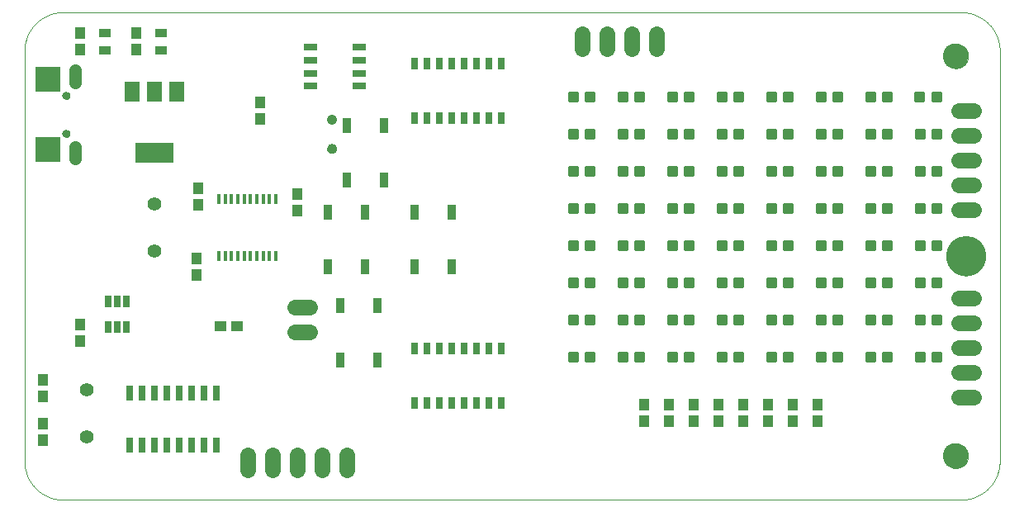
<source format=gts>
G75*
%MOIN*%
%OFA0B0*%
%FSLAX25Y25*%
%IPPOS*%
%LPD*%
%AMOC8*
5,1,8,0,0,1.08239X$1,22.5*
%
%ADD10C,0.00000*%
%ADD11C,0.16148*%
%ADD12C,0.01301*%
%ADD13R,0.04337X0.04731*%
%ADD14C,0.05600*%
%ADD15R,0.02900X0.06400*%
%ADD16R,0.06300X0.08300*%
%ADD17R,0.15400X0.08300*%
%ADD18R,0.05124X0.03550*%
%ADD19R,0.01600X0.04300*%
%ADD20R,0.02762X0.05124*%
%ADD21R,0.03400X0.06400*%
%ADD22C,0.06400*%
%ADD23R,0.02565X0.05124*%
%ADD24R,0.04731X0.04337*%
%ADD25C,0.10243*%
%ADD26R,0.05400X0.02900*%
%ADD27C,0.03943*%
%ADD28C,0.03156*%
%ADD29R,0.10243X0.10243*%
%ADD30C,0.05156*%
D10*
X0020048Y0004300D02*
X0382253Y0004300D01*
X0382634Y0004305D01*
X0383014Y0004318D01*
X0383394Y0004341D01*
X0383773Y0004374D01*
X0384151Y0004415D01*
X0384528Y0004465D01*
X0384904Y0004525D01*
X0385279Y0004593D01*
X0385651Y0004671D01*
X0386022Y0004758D01*
X0386390Y0004853D01*
X0386756Y0004958D01*
X0387119Y0005071D01*
X0387480Y0005193D01*
X0387837Y0005323D01*
X0388191Y0005463D01*
X0388542Y0005610D01*
X0388889Y0005767D01*
X0389232Y0005931D01*
X0389571Y0006104D01*
X0389906Y0006285D01*
X0390237Y0006474D01*
X0390562Y0006671D01*
X0390883Y0006875D01*
X0391199Y0007088D01*
X0391509Y0007308D01*
X0391815Y0007535D01*
X0392114Y0007770D01*
X0392408Y0008012D01*
X0392696Y0008260D01*
X0392978Y0008516D01*
X0393253Y0008779D01*
X0393522Y0009048D01*
X0393785Y0009323D01*
X0394041Y0009605D01*
X0394289Y0009893D01*
X0394531Y0010187D01*
X0394766Y0010486D01*
X0394993Y0010792D01*
X0395213Y0011102D01*
X0395426Y0011418D01*
X0395630Y0011739D01*
X0395827Y0012064D01*
X0396016Y0012395D01*
X0396197Y0012730D01*
X0396370Y0013069D01*
X0396534Y0013412D01*
X0396691Y0013759D01*
X0396838Y0014110D01*
X0396978Y0014464D01*
X0397108Y0014821D01*
X0397230Y0015182D01*
X0397343Y0015545D01*
X0397448Y0015911D01*
X0397543Y0016279D01*
X0397630Y0016650D01*
X0397708Y0017022D01*
X0397776Y0017397D01*
X0397836Y0017773D01*
X0397886Y0018150D01*
X0397927Y0018528D01*
X0397960Y0018907D01*
X0397983Y0019287D01*
X0397996Y0019667D01*
X0398001Y0020048D01*
X0398001Y0185402D01*
X0397996Y0185783D01*
X0397983Y0186163D01*
X0397960Y0186543D01*
X0397927Y0186922D01*
X0397886Y0187300D01*
X0397836Y0187677D01*
X0397776Y0188053D01*
X0397708Y0188428D01*
X0397630Y0188800D01*
X0397543Y0189171D01*
X0397448Y0189539D01*
X0397343Y0189905D01*
X0397230Y0190268D01*
X0397108Y0190629D01*
X0396978Y0190986D01*
X0396838Y0191340D01*
X0396691Y0191691D01*
X0396534Y0192038D01*
X0396370Y0192381D01*
X0396197Y0192720D01*
X0396016Y0193055D01*
X0395827Y0193386D01*
X0395630Y0193711D01*
X0395426Y0194032D01*
X0395213Y0194348D01*
X0394993Y0194658D01*
X0394766Y0194964D01*
X0394531Y0195263D01*
X0394289Y0195557D01*
X0394041Y0195845D01*
X0393785Y0196127D01*
X0393522Y0196402D01*
X0393253Y0196671D01*
X0392978Y0196934D01*
X0392696Y0197190D01*
X0392408Y0197438D01*
X0392114Y0197680D01*
X0391815Y0197915D01*
X0391509Y0198142D01*
X0391199Y0198362D01*
X0390883Y0198575D01*
X0390562Y0198779D01*
X0390237Y0198976D01*
X0389906Y0199165D01*
X0389571Y0199346D01*
X0389232Y0199519D01*
X0388889Y0199683D01*
X0388542Y0199840D01*
X0388191Y0199987D01*
X0387837Y0200127D01*
X0387480Y0200257D01*
X0387119Y0200379D01*
X0386756Y0200492D01*
X0386390Y0200597D01*
X0386022Y0200692D01*
X0385651Y0200779D01*
X0385279Y0200857D01*
X0384904Y0200925D01*
X0384528Y0200985D01*
X0384151Y0201035D01*
X0383773Y0201076D01*
X0383394Y0201109D01*
X0383014Y0201132D01*
X0382634Y0201145D01*
X0382253Y0201150D01*
X0020048Y0201150D01*
X0019667Y0201145D01*
X0019287Y0201132D01*
X0018907Y0201109D01*
X0018528Y0201076D01*
X0018150Y0201035D01*
X0017773Y0200985D01*
X0017397Y0200925D01*
X0017022Y0200857D01*
X0016650Y0200779D01*
X0016279Y0200692D01*
X0015911Y0200597D01*
X0015545Y0200492D01*
X0015182Y0200379D01*
X0014821Y0200257D01*
X0014464Y0200127D01*
X0014110Y0199987D01*
X0013759Y0199840D01*
X0013412Y0199683D01*
X0013069Y0199519D01*
X0012730Y0199346D01*
X0012395Y0199165D01*
X0012064Y0198976D01*
X0011739Y0198779D01*
X0011418Y0198575D01*
X0011102Y0198362D01*
X0010792Y0198142D01*
X0010486Y0197915D01*
X0010187Y0197680D01*
X0009893Y0197438D01*
X0009605Y0197190D01*
X0009323Y0196934D01*
X0009048Y0196671D01*
X0008779Y0196402D01*
X0008516Y0196127D01*
X0008260Y0195845D01*
X0008012Y0195557D01*
X0007770Y0195263D01*
X0007535Y0194964D01*
X0007308Y0194658D01*
X0007088Y0194348D01*
X0006875Y0194032D01*
X0006671Y0193711D01*
X0006474Y0193386D01*
X0006285Y0193055D01*
X0006104Y0192720D01*
X0005931Y0192381D01*
X0005767Y0192038D01*
X0005610Y0191691D01*
X0005463Y0191340D01*
X0005323Y0190986D01*
X0005193Y0190629D01*
X0005071Y0190268D01*
X0004958Y0189905D01*
X0004853Y0189539D01*
X0004758Y0189171D01*
X0004671Y0188800D01*
X0004593Y0188428D01*
X0004525Y0188053D01*
X0004465Y0187677D01*
X0004415Y0187300D01*
X0004374Y0186922D01*
X0004341Y0186543D01*
X0004318Y0186163D01*
X0004305Y0185783D01*
X0004300Y0185402D01*
X0004300Y0020048D01*
X0004305Y0019667D01*
X0004318Y0019287D01*
X0004341Y0018907D01*
X0004374Y0018528D01*
X0004415Y0018150D01*
X0004465Y0017773D01*
X0004525Y0017397D01*
X0004593Y0017022D01*
X0004671Y0016650D01*
X0004758Y0016279D01*
X0004853Y0015911D01*
X0004958Y0015545D01*
X0005071Y0015182D01*
X0005193Y0014821D01*
X0005323Y0014464D01*
X0005463Y0014110D01*
X0005610Y0013759D01*
X0005767Y0013412D01*
X0005931Y0013069D01*
X0006104Y0012730D01*
X0006285Y0012395D01*
X0006474Y0012064D01*
X0006671Y0011739D01*
X0006875Y0011418D01*
X0007088Y0011102D01*
X0007308Y0010792D01*
X0007535Y0010486D01*
X0007770Y0010187D01*
X0008012Y0009893D01*
X0008260Y0009605D01*
X0008516Y0009323D01*
X0008779Y0009048D01*
X0009048Y0008779D01*
X0009323Y0008516D01*
X0009605Y0008260D01*
X0009893Y0008012D01*
X0010187Y0007770D01*
X0010486Y0007535D01*
X0010792Y0007308D01*
X0011102Y0007088D01*
X0011418Y0006875D01*
X0011739Y0006671D01*
X0012064Y0006474D01*
X0012395Y0006285D01*
X0012730Y0006104D01*
X0013069Y0005931D01*
X0013412Y0005767D01*
X0013759Y0005610D01*
X0014110Y0005463D01*
X0014464Y0005323D01*
X0014821Y0005193D01*
X0015182Y0005071D01*
X0015545Y0004958D01*
X0015911Y0004853D01*
X0016279Y0004758D01*
X0016650Y0004671D01*
X0017022Y0004593D01*
X0017397Y0004525D01*
X0017773Y0004465D01*
X0018150Y0004415D01*
X0018528Y0004374D01*
X0018907Y0004341D01*
X0019287Y0004318D01*
X0019667Y0004305D01*
X0020048Y0004300D01*
X0014930Y0144457D02*
X0012568Y0144457D01*
X0012502Y0144465D01*
X0012438Y0144477D01*
X0012374Y0144493D01*
X0012311Y0144512D01*
X0012250Y0144536D01*
X0012190Y0144563D01*
X0012132Y0144593D01*
X0012076Y0144627D01*
X0012022Y0144664D01*
X0011970Y0144705D01*
X0011921Y0144749D01*
X0011874Y0144795D01*
X0011831Y0144844D01*
X0011790Y0144896D01*
X0011753Y0144950D01*
X0011719Y0145006D01*
X0011689Y0145064D01*
X0011662Y0145124D01*
X0011638Y0145185D01*
X0011619Y0145248D01*
X0011603Y0145312D01*
X0011591Y0145376D01*
X0011583Y0145442D01*
X0011579Y0145507D01*
X0011579Y0145573D01*
X0011583Y0145638D01*
X0011583Y0145639D02*
X0011579Y0145704D01*
X0011579Y0145770D01*
X0011583Y0145835D01*
X0011591Y0145901D01*
X0011603Y0145965D01*
X0011619Y0146029D01*
X0011638Y0146092D01*
X0011662Y0146153D01*
X0011689Y0146213D01*
X0011719Y0146271D01*
X0011753Y0146327D01*
X0011790Y0146381D01*
X0011831Y0146433D01*
X0011874Y0146482D01*
X0011921Y0146528D01*
X0011970Y0146572D01*
X0012022Y0146613D01*
X0012076Y0146650D01*
X0012132Y0146684D01*
X0012190Y0146714D01*
X0012250Y0146741D01*
X0012311Y0146765D01*
X0012374Y0146784D01*
X0012438Y0146800D01*
X0012502Y0146812D01*
X0012568Y0146820D01*
X0014930Y0146820D01*
X0014929Y0146820D02*
X0014992Y0146812D01*
X0015054Y0146801D01*
X0015116Y0146786D01*
X0015176Y0146768D01*
X0015236Y0146746D01*
X0015294Y0146721D01*
X0015350Y0146692D01*
X0015405Y0146660D01*
X0015457Y0146625D01*
X0015508Y0146587D01*
X0015556Y0146547D01*
X0015602Y0146503D01*
X0015645Y0146457D01*
X0015686Y0146408D01*
X0015724Y0146357D01*
X0015758Y0146305D01*
X0015790Y0146250D01*
X0015818Y0146193D01*
X0015843Y0146135D01*
X0015864Y0146075D01*
X0015882Y0146015D01*
X0015896Y0145953D01*
X0015907Y0145891D01*
X0015914Y0145828D01*
X0015918Y0145765D01*
X0015917Y0145702D01*
X0015914Y0145639D01*
X0015914Y0145638D02*
X0015917Y0145575D01*
X0015918Y0145512D01*
X0015914Y0145449D01*
X0015907Y0145386D01*
X0015896Y0145324D01*
X0015882Y0145262D01*
X0015864Y0145202D01*
X0015843Y0145142D01*
X0015818Y0145084D01*
X0015790Y0145027D01*
X0015758Y0144972D01*
X0015724Y0144920D01*
X0015686Y0144869D01*
X0015645Y0144820D01*
X0015602Y0144774D01*
X0015556Y0144730D01*
X0015508Y0144690D01*
X0015457Y0144652D01*
X0015405Y0144617D01*
X0015350Y0144585D01*
X0015294Y0144556D01*
X0015236Y0144531D01*
X0015176Y0144509D01*
X0015116Y0144491D01*
X0015054Y0144476D01*
X0014992Y0144465D01*
X0014929Y0144457D01*
X0019851Y0152135D02*
X0019853Y0152209D01*
X0019859Y0152283D01*
X0019869Y0152356D01*
X0019883Y0152429D01*
X0019900Y0152501D01*
X0019922Y0152571D01*
X0019947Y0152641D01*
X0019976Y0152709D01*
X0020009Y0152775D01*
X0020045Y0152840D01*
X0020085Y0152902D01*
X0020127Y0152963D01*
X0020173Y0153021D01*
X0020222Y0153076D01*
X0020274Y0153129D01*
X0020329Y0153179D01*
X0020386Y0153225D01*
X0020446Y0153269D01*
X0020508Y0153309D01*
X0020572Y0153346D01*
X0020638Y0153380D01*
X0020706Y0153410D01*
X0020775Y0153436D01*
X0020846Y0153459D01*
X0020917Y0153477D01*
X0020990Y0153492D01*
X0021063Y0153503D01*
X0021137Y0153510D01*
X0021211Y0153513D01*
X0021284Y0153512D01*
X0021358Y0153507D01*
X0021432Y0153498D01*
X0021505Y0153485D01*
X0021577Y0153468D01*
X0021648Y0153448D01*
X0021718Y0153423D01*
X0021786Y0153395D01*
X0021853Y0153364D01*
X0021918Y0153328D01*
X0021981Y0153290D01*
X0022042Y0153248D01*
X0022101Y0153202D01*
X0022157Y0153154D01*
X0022210Y0153103D01*
X0022260Y0153049D01*
X0022308Y0152992D01*
X0022352Y0152933D01*
X0022394Y0152871D01*
X0022432Y0152808D01*
X0022466Y0152742D01*
X0022497Y0152675D01*
X0022524Y0152606D01*
X0022547Y0152536D01*
X0022567Y0152465D01*
X0022583Y0152392D01*
X0022595Y0152319D01*
X0022603Y0152246D01*
X0022607Y0152172D01*
X0022607Y0152098D01*
X0022603Y0152024D01*
X0022595Y0151951D01*
X0022583Y0151878D01*
X0022567Y0151805D01*
X0022547Y0151734D01*
X0022524Y0151664D01*
X0022497Y0151595D01*
X0022466Y0151528D01*
X0022432Y0151462D01*
X0022394Y0151399D01*
X0022352Y0151337D01*
X0022308Y0151278D01*
X0022260Y0151221D01*
X0022210Y0151167D01*
X0022157Y0151116D01*
X0022101Y0151068D01*
X0022042Y0151022D01*
X0021981Y0150980D01*
X0021918Y0150942D01*
X0021853Y0150906D01*
X0021786Y0150875D01*
X0021718Y0150847D01*
X0021648Y0150822D01*
X0021577Y0150802D01*
X0021505Y0150785D01*
X0021432Y0150772D01*
X0021358Y0150763D01*
X0021284Y0150758D01*
X0021211Y0150757D01*
X0021137Y0150760D01*
X0021063Y0150767D01*
X0020990Y0150778D01*
X0020917Y0150793D01*
X0020846Y0150811D01*
X0020775Y0150834D01*
X0020706Y0150860D01*
X0020638Y0150890D01*
X0020572Y0150924D01*
X0020508Y0150961D01*
X0020446Y0151001D01*
X0020386Y0151045D01*
X0020329Y0151091D01*
X0020274Y0151141D01*
X0020222Y0151194D01*
X0020173Y0151249D01*
X0020127Y0151307D01*
X0020085Y0151368D01*
X0020045Y0151430D01*
X0020009Y0151495D01*
X0019976Y0151561D01*
X0019947Y0151629D01*
X0019922Y0151699D01*
X0019900Y0151769D01*
X0019883Y0151841D01*
X0019869Y0151914D01*
X0019859Y0151987D01*
X0019853Y0152061D01*
X0019851Y0152135D01*
X0019851Y0167489D02*
X0019853Y0167563D01*
X0019859Y0167637D01*
X0019869Y0167710D01*
X0019883Y0167783D01*
X0019900Y0167855D01*
X0019922Y0167925D01*
X0019947Y0167995D01*
X0019976Y0168063D01*
X0020009Y0168129D01*
X0020045Y0168194D01*
X0020085Y0168256D01*
X0020127Y0168317D01*
X0020173Y0168375D01*
X0020222Y0168430D01*
X0020274Y0168483D01*
X0020329Y0168533D01*
X0020386Y0168579D01*
X0020446Y0168623D01*
X0020508Y0168663D01*
X0020572Y0168700D01*
X0020638Y0168734D01*
X0020706Y0168764D01*
X0020775Y0168790D01*
X0020846Y0168813D01*
X0020917Y0168831D01*
X0020990Y0168846D01*
X0021063Y0168857D01*
X0021137Y0168864D01*
X0021211Y0168867D01*
X0021284Y0168866D01*
X0021358Y0168861D01*
X0021432Y0168852D01*
X0021505Y0168839D01*
X0021577Y0168822D01*
X0021648Y0168802D01*
X0021718Y0168777D01*
X0021786Y0168749D01*
X0021853Y0168718D01*
X0021918Y0168682D01*
X0021981Y0168644D01*
X0022042Y0168602D01*
X0022101Y0168556D01*
X0022157Y0168508D01*
X0022210Y0168457D01*
X0022260Y0168403D01*
X0022308Y0168346D01*
X0022352Y0168287D01*
X0022394Y0168225D01*
X0022432Y0168162D01*
X0022466Y0168096D01*
X0022497Y0168029D01*
X0022524Y0167960D01*
X0022547Y0167890D01*
X0022567Y0167819D01*
X0022583Y0167746D01*
X0022595Y0167673D01*
X0022603Y0167600D01*
X0022607Y0167526D01*
X0022607Y0167452D01*
X0022603Y0167378D01*
X0022595Y0167305D01*
X0022583Y0167232D01*
X0022567Y0167159D01*
X0022547Y0167088D01*
X0022524Y0167018D01*
X0022497Y0166949D01*
X0022466Y0166882D01*
X0022432Y0166816D01*
X0022394Y0166753D01*
X0022352Y0166691D01*
X0022308Y0166632D01*
X0022260Y0166575D01*
X0022210Y0166521D01*
X0022157Y0166470D01*
X0022101Y0166422D01*
X0022042Y0166376D01*
X0021981Y0166334D01*
X0021918Y0166296D01*
X0021853Y0166260D01*
X0021786Y0166229D01*
X0021718Y0166201D01*
X0021648Y0166176D01*
X0021577Y0166156D01*
X0021505Y0166139D01*
X0021432Y0166126D01*
X0021358Y0166117D01*
X0021284Y0166112D01*
X0021211Y0166111D01*
X0021137Y0166114D01*
X0021063Y0166121D01*
X0020990Y0166132D01*
X0020917Y0166147D01*
X0020846Y0166165D01*
X0020775Y0166188D01*
X0020706Y0166214D01*
X0020638Y0166244D01*
X0020572Y0166278D01*
X0020508Y0166315D01*
X0020446Y0166355D01*
X0020386Y0166399D01*
X0020329Y0166445D01*
X0020274Y0166495D01*
X0020222Y0166548D01*
X0020173Y0166603D01*
X0020127Y0166661D01*
X0020085Y0166722D01*
X0020045Y0166784D01*
X0020009Y0166849D01*
X0019976Y0166915D01*
X0019947Y0166983D01*
X0019922Y0167053D01*
X0019900Y0167123D01*
X0019883Y0167195D01*
X0019869Y0167268D01*
X0019859Y0167341D01*
X0019853Y0167415D01*
X0019851Y0167489D01*
X0014930Y0172804D02*
X0012568Y0172804D01*
X0012502Y0172812D01*
X0012438Y0172824D01*
X0012374Y0172840D01*
X0012311Y0172859D01*
X0012250Y0172883D01*
X0012190Y0172910D01*
X0012132Y0172940D01*
X0012076Y0172974D01*
X0012022Y0173011D01*
X0011970Y0173052D01*
X0011921Y0173096D01*
X0011874Y0173142D01*
X0011831Y0173191D01*
X0011790Y0173243D01*
X0011753Y0173297D01*
X0011719Y0173353D01*
X0011689Y0173411D01*
X0011662Y0173471D01*
X0011638Y0173532D01*
X0011619Y0173595D01*
X0011603Y0173659D01*
X0011591Y0173723D01*
X0011583Y0173789D01*
X0011579Y0173854D01*
X0011579Y0173920D01*
X0011583Y0173985D01*
X0011579Y0174050D01*
X0011579Y0174116D01*
X0011583Y0174181D01*
X0011591Y0174247D01*
X0011603Y0174311D01*
X0011619Y0174375D01*
X0011638Y0174438D01*
X0011662Y0174499D01*
X0011689Y0174559D01*
X0011719Y0174617D01*
X0011753Y0174673D01*
X0011790Y0174727D01*
X0011831Y0174779D01*
X0011874Y0174828D01*
X0011921Y0174874D01*
X0011970Y0174918D01*
X0012022Y0174959D01*
X0012076Y0174996D01*
X0012132Y0175030D01*
X0012190Y0175060D01*
X0012250Y0175087D01*
X0012311Y0175111D01*
X0012374Y0175130D01*
X0012438Y0175146D01*
X0012502Y0175158D01*
X0012568Y0175166D01*
X0014930Y0175166D01*
X0014929Y0175166D02*
X0014992Y0175158D01*
X0015054Y0175147D01*
X0015116Y0175132D01*
X0015176Y0175114D01*
X0015236Y0175092D01*
X0015294Y0175067D01*
X0015350Y0175038D01*
X0015405Y0175006D01*
X0015457Y0174971D01*
X0015508Y0174933D01*
X0015556Y0174893D01*
X0015602Y0174849D01*
X0015645Y0174803D01*
X0015686Y0174754D01*
X0015724Y0174703D01*
X0015758Y0174651D01*
X0015790Y0174596D01*
X0015818Y0174539D01*
X0015843Y0174481D01*
X0015864Y0174421D01*
X0015882Y0174361D01*
X0015896Y0174299D01*
X0015907Y0174237D01*
X0015914Y0174174D01*
X0015918Y0174111D01*
X0015917Y0174048D01*
X0015914Y0173985D01*
X0015917Y0173922D01*
X0015918Y0173859D01*
X0015914Y0173796D01*
X0015907Y0173733D01*
X0015896Y0173671D01*
X0015882Y0173609D01*
X0015864Y0173549D01*
X0015843Y0173489D01*
X0015818Y0173431D01*
X0015790Y0173374D01*
X0015758Y0173319D01*
X0015724Y0173267D01*
X0015686Y0173216D01*
X0015645Y0173167D01*
X0015602Y0173121D01*
X0015556Y0173077D01*
X0015508Y0173037D01*
X0015457Y0172999D01*
X0015405Y0172964D01*
X0015350Y0172932D01*
X0015294Y0172903D01*
X0015236Y0172878D01*
X0015176Y0172856D01*
X0015116Y0172838D01*
X0015054Y0172823D01*
X0014992Y0172812D01*
X0014929Y0172804D01*
X0126544Y0157843D02*
X0126546Y0157927D01*
X0126552Y0158010D01*
X0126562Y0158093D01*
X0126576Y0158176D01*
X0126593Y0158258D01*
X0126615Y0158339D01*
X0126640Y0158418D01*
X0126669Y0158497D01*
X0126702Y0158574D01*
X0126738Y0158649D01*
X0126778Y0158723D01*
X0126821Y0158795D01*
X0126868Y0158864D01*
X0126918Y0158931D01*
X0126971Y0158996D01*
X0127027Y0159058D01*
X0127085Y0159118D01*
X0127147Y0159175D01*
X0127211Y0159228D01*
X0127278Y0159279D01*
X0127347Y0159326D01*
X0127418Y0159371D01*
X0127491Y0159411D01*
X0127566Y0159448D01*
X0127643Y0159482D01*
X0127721Y0159512D01*
X0127800Y0159538D01*
X0127881Y0159561D01*
X0127963Y0159579D01*
X0128045Y0159594D01*
X0128128Y0159605D01*
X0128211Y0159612D01*
X0128295Y0159615D01*
X0128379Y0159614D01*
X0128462Y0159609D01*
X0128546Y0159600D01*
X0128628Y0159587D01*
X0128710Y0159571D01*
X0128791Y0159550D01*
X0128872Y0159526D01*
X0128950Y0159498D01*
X0129028Y0159466D01*
X0129104Y0159430D01*
X0129178Y0159391D01*
X0129250Y0159349D01*
X0129320Y0159303D01*
X0129388Y0159254D01*
X0129453Y0159202D01*
X0129516Y0159147D01*
X0129576Y0159089D01*
X0129634Y0159028D01*
X0129688Y0158964D01*
X0129740Y0158898D01*
X0129788Y0158830D01*
X0129833Y0158759D01*
X0129874Y0158686D01*
X0129913Y0158612D01*
X0129947Y0158536D01*
X0129978Y0158458D01*
X0130005Y0158379D01*
X0130029Y0158298D01*
X0130048Y0158217D01*
X0130064Y0158135D01*
X0130076Y0158052D01*
X0130084Y0157968D01*
X0130088Y0157885D01*
X0130088Y0157801D01*
X0130084Y0157718D01*
X0130076Y0157634D01*
X0130064Y0157551D01*
X0130048Y0157469D01*
X0130029Y0157388D01*
X0130005Y0157307D01*
X0129978Y0157228D01*
X0129947Y0157150D01*
X0129913Y0157074D01*
X0129874Y0157000D01*
X0129833Y0156927D01*
X0129788Y0156856D01*
X0129740Y0156788D01*
X0129688Y0156722D01*
X0129634Y0156658D01*
X0129576Y0156597D01*
X0129516Y0156539D01*
X0129453Y0156484D01*
X0129388Y0156432D01*
X0129320Y0156383D01*
X0129250Y0156337D01*
X0129178Y0156295D01*
X0129104Y0156256D01*
X0129028Y0156220D01*
X0128950Y0156188D01*
X0128872Y0156160D01*
X0128791Y0156136D01*
X0128710Y0156115D01*
X0128628Y0156099D01*
X0128546Y0156086D01*
X0128462Y0156077D01*
X0128379Y0156072D01*
X0128295Y0156071D01*
X0128211Y0156074D01*
X0128128Y0156081D01*
X0128045Y0156092D01*
X0127963Y0156107D01*
X0127881Y0156125D01*
X0127800Y0156148D01*
X0127721Y0156174D01*
X0127643Y0156204D01*
X0127566Y0156238D01*
X0127491Y0156275D01*
X0127418Y0156315D01*
X0127347Y0156360D01*
X0127278Y0156407D01*
X0127211Y0156458D01*
X0127147Y0156511D01*
X0127085Y0156568D01*
X0127027Y0156628D01*
X0126971Y0156690D01*
X0126918Y0156755D01*
X0126868Y0156822D01*
X0126821Y0156891D01*
X0126778Y0156963D01*
X0126738Y0157037D01*
X0126702Y0157112D01*
X0126669Y0157189D01*
X0126640Y0157268D01*
X0126615Y0157347D01*
X0126593Y0157428D01*
X0126576Y0157510D01*
X0126562Y0157593D01*
X0126552Y0157676D01*
X0126546Y0157759D01*
X0126544Y0157843D01*
X0126544Y0146032D02*
X0126546Y0146116D01*
X0126552Y0146199D01*
X0126562Y0146282D01*
X0126576Y0146365D01*
X0126593Y0146447D01*
X0126615Y0146528D01*
X0126640Y0146607D01*
X0126669Y0146686D01*
X0126702Y0146763D01*
X0126738Y0146838D01*
X0126778Y0146912D01*
X0126821Y0146984D01*
X0126868Y0147053D01*
X0126918Y0147120D01*
X0126971Y0147185D01*
X0127027Y0147247D01*
X0127085Y0147307D01*
X0127147Y0147364D01*
X0127211Y0147417D01*
X0127278Y0147468D01*
X0127347Y0147515D01*
X0127418Y0147560D01*
X0127491Y0147600D01*
X0127566Y0147637D01*
X0127643Y0147671D01*
X0127721Y0147701D01*
X0127800Y0147727D01*
X0127881Y0147750D01*
X0127963Y0147768D01*
X0128045Y0147783D01*
X0128128Y0147794D01*
X0128211Y0147801D01*
X0128295Y0147804D01*
X0128379Y0147803D01*
X0128462Y0147798D01*
X0128546Y0147789D01*
X0128628Y0147776D01*
X0128710Y0147760D01*
X0128791Y0147739D01*
X0128872Y0147715D01*
X0128950Y0147687D01*
X0129028Y0147655D01*
X0129104Y0147619D01*
X0129178Y0147580D01*
X0129250Y0147538D01*
X0129320Y0147492D01*
X0129388Y0147443D01*
X0129453Y0147391D01*
X0129516Y0147336D01*
X0129576Y0147278D01*
X0129634Y0147217D01*
X0129688Y0147153D01*
X0129740Y0147087D01*
X0129788Y0147019D01*
X0129833Y0146948D01*
X0129874Y0146875D01*
X0129913Y0146801D01*
X0129947Y0146725D01*
X0129978Y0146647D01*
X0130005Y0146568D01*
X0130029Y0146487D01*
X0130048Y0146406D01*
X0130064Y0146324D01*
X0130076Y0146241D01*
X0130084Y0146157D01*
X0130088Y0146074D01*
X0130088Y0145990D01*
X0130084Y0145907D01*
X0130076Y0145823D01*
X0130064Y0145740D01*
X0130048Y0145658D01*
X0130029Y0145577D01*
X0130005Y0145496D01*
X0129978Y0145417D01*
X0129947Y0145339D01*
X0129913Y0145263D01*
X0129874Y0145189D01*
X0129833Y0145116D01*
X0129788Y0145045D01*
X0129740Y0144977D01*
X0129688Y0144911D01*
X0129634Y0144847D01*
X0129576Y0144786D01*
X0129516Y0144728D01*
X0129453Y0144673D01*
X0129388Y0144621D01*
X0129320Y0144572D01*
X0129250Y0144526D01*
X0129178Y0144484D01*
X0129104Y0144445D01*
X0129028Y0144409D01*
X0128950Y0144377D01*
X0128872Y0144349D01*
X0128791Y0144325D01*
X0128710Y0144304D01*
X0128628Y0144288D01*
X0128546Y0144275D01*
X0128462Y0144266D01*
X0128379Y0144261D01*
X0128295Y0144260D01*
X0128211Y0144263D01*
X0128128Y0144270D01*
X0128045Y0144281D01*
X0127963Y0144296D01*
X0127881Y0144314D01*
X0127800Y0144337D01*
X0127721Y0144363D01*
X0127643Y0144393D01*
X0127566Y0144427D01*
X0127491Y0144464D01*
X0127418Y0144504D01*
X0127347Y0144549D01*
X0127278Y0144596D01*
X0127211Y0144647D01*
X0127147Y0144700D01*
X0127085Y0144757D01*
X0127027Y0144817D01*
X0126971Y0144879D01*
X0126918Y0144944D01*
X0126868Y0145011D01*
X0126821Y0145080D01*
X0126778Y0145152D01*
X0126738Y0145226D01*
X0126702Y0145301D01*
X0126669Y0145378D01*
X0126640Y0145457D01*
X0126615Y0145536D01*
X0126593Y0145617D01*
X0126576Y0145699D01*
X0126562Y0145782D01*
X0126552Y0145865D01*
X0126546Y0145948D01*
X0126544Y0146032D01*
X0375363Y0183434D02*
X0375365Y0183574D01*
X0375371Y0183714D01*
X0375381Y0183853D01*
X0375395Y0183992D01*
X0375413Y0184131D01*
X0375434Y0184269D01*
X0375460Y0184407D01*
X0375490Y0184544D01*
X0375523Y0184679D01*
X0375561Y0184814D01*
X0375602Y0184948D01*
X0375647Y0185081D01*
X0375695Y0185212D01*
X0375748Y0185341D01*
X0375804Y0185470D01*
X0375863Y0185596D01*
X0375927Y0185721D01*
X0375993Y0185844D01*
X0376064Y0185965D01*
X0376137Y0186084D01*
X0376214Y0186201D01*
X0376295Y0186315D01*
X0376378Y0186427D01*
X0376465Y0186537D01*
X0376555Y0186645D01*
X0376647Y0186749D01*
X0376743Y0186851D01*
X0376842Y0186951D01*
X0376943Y0187047D01*
X0377047Y0187141D01*
X0377154Y0187231D01*
X0377263Y0187318D01*
X0377375Y0187403D01*
X0377489Y0187484D01*
X0377605Y0187562D01*
X0377723Y0187636D01*
X0377844Y0187707D01*
X0377966Y0187775D01*
X0378091Y0187839D01*
X0378217Y0187900D01*
X0378344Y0187957D01*
X0378474Y0188010D01*
X0378605Y0188060D01*
X0378737Y0188105D01*
X0378870Y0188148D01*
X0379005Y0188186D01*
X0379140Y0188220D01*
X0379277Y0188251D01*
X0379414Y0188278D01*
X0379552Y0188300D01*
X0379691Y0188319D01*
X0379830Y0188334D01*
X0379969Y0188345D01*
X0380109Y0188352D01*
X0380249Y0188355D01*
X0380389Y0188354D01*
X0380529Y0188349D01*
X0380668Y0188340D01*
X0380808Y0188327D01*
X0380947Y0188310D01*
X0381085Y0188289D01*
X0381223Y0188265D01*
X0381360Y0188236D01*
X0381496Y0188204D01*
X0381631Y0188167D01*
X0381765Y0188127D01*
X0381898Y0188083D01*
X0382029Y0188035D01*
X0382159Y0187984D01*
X0382288Y0187929D01*
X0382415Y0187870D01*
X0382540Y0187807D01*
X0382663Y0187742D01*
X0382785Y0187672D01*
X0382904Y0187599D01*
X0383022Y0187523D01*
X0383137Y0187444D01*
X0383250Y0187361D01*
X0383360Y0187275D01*
X0383468Y0187186D01*
X0383573Y0187094D01*
X0383676Y0186999D01*
X0383776Y0186901D01*
X0383873Y0186801D01*
X0383967Y0186697D01*
X0384059Y0186591D01*
X0384147Y0186483D01*
X0384232Y0186372D01*
X0384314Y0186258D01*
X0384393Y0186142D01*
X0384468Y0186025D01*
X0384540Y0185905D01*
X0384608Y0185783D01*
X0384673Y0185659D01*
X0384735Y0185533D01*
X0384793Y0185406D01*
X0384847Y0185277D01*
X0384898Y0185146D01*
X0384944Y0185014D01*
X0384987Y0184881D01*
X0385027Y0184747D01*
X0385062Y0184612D01*
X0385094Y0184475D01*
X0385121Y0184338D01*
X0385145Y0184200D01*
X0385165Y0184062D01*
X0385181Y0183923D01*
X0385193Y0183783D01*
X0385201Y0183644D01*
X0385205Y0183504D01*
X0385205Y0183364D01*
X0385201Y0183224D01*
X0385193Y0183085D01*
X0385181Y0182945D01*
X0385165Y0182806D01*
X0385145Y0182668D01*
X0385121Y0182530D01*
X0385094Y0182393D01*
X0385062Y0182256D01*
X0385027Y0182121D01*
X0384987Y0181987D01*
X0384944Y0181854D01*
X0384898Y0181722D01*
X0384847Y0181591D01*
X0384793Y0181462D01*
X0384735Y0181335D01*
X0384673Y0181209D01*
X0384608Y0181085D01*
X0384540Y0180963D01*
X0384468Y0180843D01*
X0384393Y0180726D01*
X0384314Y0180610D01*
X0384232Y0180496D01*
X0384147Y0180385D01*
X0384059Y0180277D01*
X0383967Y0180171D01*
X0383873Y0180067D01*
X0383776Y0179967D01*
X0383676Y0179869D01*
X0383573Y0179774D01*
X0383468Y0179682D01*
X0383360Y0179593D01*
X0383250Y0179507D01*
X0383137Y0179424D01*
X0383022Y0179345D01*
X0382904Y0179269D01*
X0382785Y0179196D01*
X0382663Y0179126D01*
X0382540Y0179061D01*
X0382415Y0178998D01*
X0382288Y0178939D01*
X0382159Y0178884D01*
X0382029Y0178833D01*
X0381898Y0178785D01*
X0381765Y0178741D01*
X0381631Y0178701D01*
X0381496Y0178664D01*
X0381360Y0178632D01*
X0381223Y0178603D01*
X0381085Y0178579D01*
X0380947Y0178558D01*
X0380808Y0178541D01*
X0380668Y0178528D01*
X0380529Y0178519D01*
X0380389Y0178514D01*
X0380249Y0178513D01*
X0380109Y0178516D01*
X0379969Y0178523D01*
X0379830Y0178534D01*
X0379691Y0178549D01*
X0379552Y0178568D01*
X0379414Y0178590D01*
X0379277Y0178617D01*
X0379140Y0178648D01*
X0379005Y0178682D01*
X0378870Y0178720D01*
X0378737Y0178763D01*
X0378605Y0178808D01*
X0378474Y0178858D01*
X0378344Y0178911D01*
X0378217Y0178968D01*
X0378091Y0179029D01*
X0377966Y0179093D01*
X0377844Y0179161D01*
X0377723Y0179232D01*
X0377605Y0179306D01*
X0377489Y0179384D01*
X0377375Y0179465D01*
X0377263Y0179550D01*
X0377154Y0179637D01*
X0377047Y0179727D01*
X0376943Y0179821D01*
X0376842Y0179917D01*
X0376743Y0180017D01*
X0376647Y0180119D01*
X0376555Y0180223D01*
X0376465Y0180331D01*
X0376378Y0180441D01*
X0376295Y0180553D01*
X0376214Y0180667D01*
X0376137Y0180784D01*
X0376064Y0180903D01*
X0375993Y0181024D01*
X0375927Y0181147D01*
X0375863Y0181272D01*
X0375804Y0181398D01*
X0375748Y0181527D01*
X0375695Y0181656D01*
X0375647Y0181787D01*
X0375602Y0181920D01*
X0375561Y0182054D01*
X0375523Y0182189D01*
X0375490Y0182324D01*
X0375460Y0182461D01*
X0375434Y0182599D01*
X0375413Y0182737D01*
X0375395Y0182876D01*
X0375381Y0183015D01*
X0375371Y0183154D01*
X0375365Y0183294D01*
X0375363Y0183434D01*
X0376426Y0102725D02*
X0376428Y0102918D01*
X0376435Y0103111D01*
X0376447Y0103304D01*
X0376464Y0103497D01*
X0376485Y0103689D01*
X0376511Y0103880D01*
X0376542Y0104071D01*
X0376577Y0104261D01*
X0376617Y0104450D01*
X0376662Y0104638D01*
X0376711Y0104825D01*
X0376765Y0105011D01*
X0376823Y0105195D01*
X0376886Y0105378D01*
X0376954Y0105559D01*
X0377025Y0105738D01*
X0377102Y0105916D01*
X0377182Y0106092D01*
X0377267Y0106265D01*
X0377356Y0106437D01*
X0377449Y0106606D01*
X0377546Y0106773D01*
X0377648Y0106938D01*
X0377753Y0107100D01*
X0377862Y0107259D01*
X0377976Y0107416D01*
X0378093Y0107569D01*
X0378213Y0107720D01*
X0378338Y0107868D01*
X0378466Y0108013D01*
X0378597Y0108154D01*
X0378732Y0108293D01*
X0378871Y0108428D01*
X0379012Y0108559D01*
X0379157Y0108687D01*
X0379305Y0108812D01*
X0379456Y0108932D01*
X0379609Y0109049D01*
X0379766Y0109163D01*
X0379925Y0109272D01*
X0380087Y0109377D01*
X0380252Y0109479D01*
X0380419Y0109576D01*
X0380588Y0109669D01*
X0380760Y0109758D01*
X0380933Y0109843D01*
X0381109Y0109923D01*
X0381287Y0110000D01*
X0381466Y0110071D01*
X0381647Y0110139D01*
X0381830Y0110202D01*
X0382014Y0110260D01*
X0382200Y0110314D01*
X0382387Y0110363D01*
X0382575Y0110408D01*
X0382764Y0110448D01*
X0382954Y0110483D01*
X0383145Y0110514D01*
X0383336Y0110540D01*
X0383528Y0110561D01*
X0383721Y0110578D01*
X0383914Y0110590D01*
X0384107Y0110597D01*
X0384300Y0110599D01*
X0384493Y0110597D01*
X0384686Y0110590D01*
X0384879Y0110578D01*
X0385072Y0110561D01*
X0385264Y0110540D01*
X0385455Y0110514D01*
X0385646Y0110483D01*
X0385836Y0110448D01*
X0386025Y0110408D01*
X0386213Y0110363D01*
X0386400Y0110314D01*
X0386586Y0110260D01*
X0386770Y0110202D01*
X0386953Y0110139D01*
X0387134Y0110071D01*
X0387313Y0110000D01*
X0387491Y0109923D01*
X0387667Y0109843D01*
X0387840Y0109758D01*
X0388012Y0109669D01*
X0388181Y0109576D01*
X0388348Y0109479D01*
X0388513Y0109377D01*
X0388675Y0109272D01*
X0388834Y0109163D01*
X0388991Y0109049D01*
X0389144Y0108932D01*
X0389295Y0108812D01*
X0389443Y0108687D01*
X0389588Y0108559D01*
X0389729Y0108428D01*
X0389868Y0108293D01*
X0390003Y0108154D01*
X0390134Y0108013D01*
X0390262Y0107868D01*
X0390387Y0107720D01*
X0390507Y0107569D01*
X0390624Y0107416D01*
X0390738Y0107259D01*
X0390847Y0107100D01*
X0390952Y0106938D01*
X0391054Y0106773D01*
X0391151Y0106606D01*
X0391244Y0106437D01*
X0391333Y0106265D01*
X0391418Y0106092D01*
X0391498Y0105916D01*
X0391575Y0105738D01*
X0391646Y0105559D01*
X0391714Y0105378D01*
X0391777Y0105195D01*
X0391835Y0105011D01*
X0391889Y0104825D01*
X0391938Y0104638D01*
X0391983Y0104450D01*
X0392023Y0104261D01*
X0392058Y0104071D01*
X0392089Y0103880D01*
X0392115Y0103689D01*
X0392136Y0103497D01*
X0392153Y0103304D01*
X0392165Y0103111D01*
X0392172Y0102918D01*
X0392174Y0102725D01*
X0392172Y0102532D01*
X0392165Y0102339D01*
X0392153Y0102146D01*
X0392136Y0101953D01*
X0392115Y0101761D01*
X0392089Y0101570D01*
X0392058Y0101379D01*
X0392023Y0101189D01*
X0391983Y0101000D01*
X0391938Y0100812D01*
X0391889Y0100625D01*
X0391835Y0100439D01*
X0391777Y0100255D01*
X0391714Y0100072D01*
X0391646Y0099891D01*
X0391575Y0099712D01*
X0391498Y0099534D01*
X0391418Y0099358D01*
X0391333Y0099185D01*
X0391244Y0099013D01*
X0391151Y0098844D01*
X0391054Y0098677D01*
X0390952Y0098512D01*
X0390847Y0098350D01*
X0390738Y0098191D01*
X0390624Y0098034D01*
X0390507Y0097881D01*
X0390387Y0097730D01*
X0390262Y0097582D01*
X0390134Y0097437D01*
X0390003Y0097296D01*
X0389868Y0097157D01*
X0389729Y0097022D01*
X0389588Y0096891D01*
X0389443Y0096763D01*
X0389295Y0096638D01*
X0389144Y0096518D01*
X0388991Y0096401D01*
X0388834Y0096287D01*
X0388675Y0096178D01*
X0388513Y0096073D01*
X0388348Y0095971D01*
X0388181Y0095874D01*
X0388012Y0095781D01*
X0387840Y0095692D01*
X0387667Y0095607D01*
X0387491Y0095527D01*
X0387313Y0095450D01*
X0387134Y0095379D01*
X0386953Y0095311D01*
X0386770Y0095248D01*
X0386586Y0095190D01*
X0386400Y0095136D01*
X0386213Y0095087D01*
X0386025Y0095042D01*
X0385836Y0095002D01*
X0385646Y0094967D01*
X0385455Y0094936D01*
X0385264Y0094910D01*
X0385072Y0094889D01*
X0384879Y0094872D01*
X0384686Y0094860D01*
X0384493Y0094853D01*
X0384300Y0094851D01*
X0384107Y0094853D01*
X0383914Y0094860D01*
X0383721Y0094872D01*
X0383528Y0094889D01*
X0383336Y0094910D01*
X0383145Y0094936D01*
X0382954Y0094967D01*
X0382764Y0095002D01*
X0382575Y0095042D01*
X0382387Y0095087D01*
X0382200Y0095136D01*
X0382014Y0095190D01*
X0381830Y0095248D01*
X0381647Y0095311D01*
X0381466Y0095379D01*
X0381287Y0095450D01*
X0381109Y0095527D01*
X0380933Y0095607D01*
X0380760Y0095692D01*
X0380588Y0095781D01*
X0380419Y0095874D01*
X0380252Y0095971D01*
X0380087Y0096073D01*
X0379925Y0096178D01*
X0379766Y0096287D01*
X0379609Y0096401D01*
X0379456Y0096518D01*
X0379305Y0096638D01*
X0379157Y0096763D01*
X0379012Y0096891D01*
X0378871Y0097022D01*
X0378732Y0097157D01*
X0378597Y0097296D01*
X0378466Y0097437D01*
X0378338Y0097582D01*
X0378213Y0097730D01*
X0378093Y0097881D01*
X0377976Y0098034D01*
X0377862Y0098191D01*
X0377753Y0098350D01*
X0377648Y0098512D01*
X0377546Y0098677D01*
X0377449Y0098844D01*
X0377356Y0099013D01*
X0377267Y0099185D01*
X0377182Y0099358D01*
X0377102Y0099534D01*
X0377025Y0099712D01*
X0376954Y0099891D01*
X0376886Y0100072D01*
X0376823Y0100255D01*
X0376765Y0100439D01*
X0376711Y0100625D01*
X0376662Y0100812D01*
X0376617Y0101000D01*
X0376577Y0101189D01*
X0376542Y0101379D01*
X0376511Y0101570D01*
X0376485Y0101761D01*
X0376464Y0101953D01*
X0376447Y0102146D01*
X0376435Y0102339D01*
X0376428Y0102532D01*
X0376426Y0102725D01*
X0375363Y0022017D02*
X0375365Y0022157D01*
X0375371Y0022297D01*
X0375381Y0022436D01*
X0375395Y0022575D01*
X0375413Y0022714D01*
X0375434Y0022852D01*
X0375460Y0022990D01*
X0375490Y0023127D01*
X0375523Y0023262D01*
X0375561Y0023397D01*
X0375602Y0023531D01*
X0375647Y0023664D01*
X0375695Y0023795D01*
X0375748Y0023924D01*
X0375804Y0024053D01*
X0375863Y0024179D01*
X0375927Y0024304D01*
X0375993Y0024427D01*
X0376064Y0024548D01*
X0376137Y0024667D01*
X0376214Y0024784D01*
X0376295Y0024898D01*
X0376378Y0025010D01*
X0376465Y0025120D01*
X0376555Y0025228D01*
X0376647Y0025332D01*
X0376743Y0025434D01*
X0376842Y0025534D01*
X0376943Y0025630D01*
X0377047Y0025724D01*
X0377154Y0025814D01*
X0377263Y0025901D01*
X0377375Y0025986D01*
X0377489Y0026067D01*
X0377605Y0026145D01*
X0377723Y0026219D01*
X0377844Y0026290D01*
X0377966Y0026358D01*
X0378091Y0026422D01*
X0378217Y0026483D01*
X0378344Y0026540D01*
X0378474Y0026593D01*
X0378605Y0026643D01*
X0378737Y0026688D01*
X0378870Y0026731D01*
X0379005Y0026769D01*
X0379140Y0026803D01*
X0379277Y0026834D01*
X0379414Y0026861D01*
X0379552Y0026883D01*
X0379691Y0026902D01*
X0379830Y0026917D01*
X0379969Y0026928D01*
X0380109Y0026935D01*
X0380249Y0026938D01*
X0380389Y0026937D01*
X0380529Y0026932D01*
X0380668Y0026923D01*
X0380808Y0026910D01*
X0380947Y0026893D01*
X0381085Y0026872D01*
X0381223Y0026848D01*
X0381360Y0026819D01*
X0381496Y0026787D01*
X0381631Y0026750D01*
X0381765Y0026710D01*
X0381898Y0026666D01*
X0382029Y0026618D01*
X0382159Y0026567D01*
X0382288Y0026512D01*
X0382415Y0026453D01*
X0382540Y0026390D01*
X0382663Y0026325D01*
X0382785Y0026255D01*
X0382904Y0026182D01*
X0383022Y0026106D01*
X0383137Y0026027D01*
X0383250Y0025944D01*
X0383360Y0025858D01*
X0383468Y0025769D01*
X0383573Y0025677D01*
X0383676Y0025582D01*
X0383776Y0025484D01*
X0383873Y0025384D01*
X0383967Y0025280D01*
X0384059Y0025174D01*
X0384147Y0025066D01*
X0384232Y0024955D01*
X0384314Y0024841D01*
X0384393Y0024725D01*
X0384468Y0024608D01*
X0384540Y0024488D01*
X0384608Y0024366D01*
X0384673Y0024242D01*
X0384735Y0024116D01*
X0384793Y0023989D01*
X0384847Y0023860D01*
X0384898Y0023729D01*
X0384944Y0023597D01*
X0384987Y0023464D01*
X0385027Y0023330D01*
X0385062Y0023195D01*
X0385094Y0023058D01*
X0385121Y0022921D01*
X0385145Y0022783D01*
X0385165Y0022645D01*
X0385181Y0022506D01*
X0385193Y0022366D01*
X0385201Y0022227D01*
X0385205Y0022087D01*
X0385205Y0021947D01*
X0385201Y0021807D01*
X0385193Y0021668D01*
X0385181Y0021528D01*
X0385165Y0021389D01*
X0385145Y0021251D01*
X0385121Y0021113D01*
X0385094Y0020976D01*
X0385062Y0020839D01*
X0385027Y0020704D01*
X0384987Y0020570D01*
X0384944Y0020437D01*
X0384898Y0020305D01*
X0384847Y0020174D01*
X0384793Y0020045D01*
X0384735Y0019918D01*
X0384673Y0019792D01*
X0384608Y0019668D01*
X0384540Y0019546D01*
X0384468Y0019426D01*
X0384393Y0019309D01*
X0384314Y0019193D01*
X0384232Y0019079D01*
X0384147Y0018968D01*
X0384059Y0018860D01*
X0383967Y0018754D01*
X0383873Y0018650D01*
X0383776Y0018550D01*
X0383676Y0018452D01*
X0383573Y0018357D01*
X0383468Y0018265D01*
X0383360Y0018176D01*
X0383250Y0018090D01*
X0383137Y0018007D01*
X0383022Y0017928D01*
X0382904Y0017852D01*
X0382785Y0017779D01*
X0382663Y0017709D01*
X0382540Y0017644D01*
X0382415Y0017581D01*
X0382288Y0017522D01*
X0382159Y0017467D01*
X0382029Y0017416D01*
X0381898Y0017368D01*
X0381765Y0017324D01*
X0381631Y0017284D01*
X0381496Y0017247D01*
X0381360Y0017215D01*
X0381223Y0017186D01*
X0381085Y0017162D01*
X0380947Y0017141D01*
X0380808Y0017124D01*
X0380668Y0017111D01*
X0380529Y0017102D01*
X0380389Y0017097D01*
X0380249Y0017096D01*
X0380109Y0017099D01*
X0379969Y0017106D01*
X0379830Y0017117D01*
X0379691Y0017132D01*
X0379552Y0017151D01*
X0379414Y0017173D01*
X0379277Y0017200D01*
X0379140Y0017231D01*
X0379005Y0017265D01*
X0378870Y0017303D01*
X0378737Y0017346D01*
X0378605Y0017391D01*
X0378474Y0017441D01*
X0378344Y0017494D01*
X0378217Y0017551D01*
X0378091Y0017612D01*
X0377966Y0017676D01*
X0377844Y0017744D01*
X0377723Y0017815D01*
X0377605Y0017889D01*
X0377489Y0017967D01*
X0377375Y0018048D01*
X0377263Y0018133D01*
X0377154Y0018220D01*
X0377047Y0018310D01*
X0376943Y0018404D01*
X0376842Y0018500D01*
X0376743Y0018600D01*
X0376647Y0018702D01*
X0376555Y0018806D01*
X0376465Y0018914D01*
X0376378Y0019024D01*
X0376295Y0019136D01*
X0376214Y0019250D01*
X0376137Y0019367D01*
X0376064Y0019486D01*
X0375993Y0019607D01*
X0375927Y0019730D01*
X0375863Y0019855D01*
X0375804Y0019981D01*
X0375748Y0020110D01*
X0375695Y0020239D01*
X0375647Y0020370D01*
X0375602Y0020503D01*
X0375561Y0020637D01*
X0375523Y0020772D01*
X0375490Y0020907D01*
X0375460Y0021044D01*
X0375434Y0021182D01*
X0375413Y0021320D01*
X0375395Y0021459D01*
X0375381Y0021598D01*
X0375371Y0021737D01*
X0375365Y0021877D01*
X0375363Y0022017D01*
D11*
X0384300Y0102725D03*
D12*
X0374271Y0105282D02*
X0374271Y0108318D01*
X0374271Y0105282D02*
X0371235Y0105282D01*
X0371235Y0108318D01*
X0374271Y0108318D01*
X0374271Y0106582D02*
X0371235Y0106582D01*
X0371235Y0107882D02*
X0374271Y0107882D01*
X0367365Y0108318D02*
X0367365Y0105282D01*
X0364329Y0105282D01*
X0364329Y0108318D01*
X0367365Y0108318D01*
X0367365Y0106582D02*
X0364329Y0106582D01*
X0364329Y0107882D02*
X0367365Y0107882D01*
X0354271Y0108318D02*
X0354271Y0105282D01*
X0351235Y0105282D01*
X0351235Y0108318D01*
X0354271Y0108318D01*
X0354271Y0106582D02*
X0351235Y0106582D01*
X0351235Y0107882D02*
X0354271Y0107882D01*
X0347365Y0108318D02*
X0347365Y0105282D01*
X0344329Y0105282D01*
X0344329Y0108318D01*
X0347365Y0108318D01*
X0347365Y0106582D02*
X0344329Y0106582D01*
X0344329Y0107882D02*
X0347365Y0107882D01*
X0334271Y0108318D02*
X0334271Y0105282D01*
X0331235Y0105282D01*
X0331235Y0108318D01*
X0334271Y0108318D01*
X0334271Y0106582D02*
X0331235Y0106582D01*
X0331235Y0107882D02*
X0334271Y0107882D01*
X0327365Y0108318D02*
X0327365Y0105282D01*
X0324329Y0105282D01*
X0324329Y0108318D01*
X0327365Y0108318D01*
X0327365Y0106582D02*
X0324329Y0106582D01*
X0324329Y0107882D02*
X0327365Y0107882D01*
X0314271Y0108318D02*
X0314271Y0105282D01*
X0311235Y0105282D01*
X0311235Y0108318D01*
X0314271Y0108318D01*
X0314271Y0106582D02*
X0311235Y0106582D01*
X0311235Y0107882D02*
X0314271Y0107882D01*
X0307365Y0108318D02*
X0307365Y0105282D01*
X0304329Y0105282D01*
X0304329Y0108318D01*
X0307365Y0108318D01*
X0307365Y0106582D02*
X0304329Y0106582D01*
X0304329Y0107882D02*
X0307365Y0107882D01*
X0294271Y0108318D02*
X0294271Y0105282D01*
X0291235Y0105282D01*
X0291235Y0108318D01*
X0294271Y0108318D01*
X0294271Y0106582D02*
X0291235Y0106582D01*
X0291235Y0107882D02*
X0294271Y0107882D01*
X0287365Y0108318D02*
X0287365Y0105282D01*
X0284329Y0105282D01*
X0284329Y0108318D01*
X0287365Y0108318D01*
X0287365Y0106582D02*
X0284329Y0106582D01*
X0284329Y0107882D02*
X0287365Y0107882D01*
X0274271Y0108318D02*
X0274271Y0105282D01*
X0271235Y0105282D01*
X0271235Y0108318D01*
X0274271Y0108318D01*
X0274271Y0106582D02*
X0271235Y0106582D01*
X0271235Y0107882D02*
X0274271Y0107882D01*
X0267365Y0108318D02*
X0267365Y0105282D01*
X0264329Y0105282D01*
X0264329Y0108318D01*
X0267365Y0108318D01*
X0267365Y0106582D02*
X0264329Y0106582D01*
X0264329Y0107882D02*
X0267365Y0107882D01*
X0254271Y0108318D02*
X0254271Y0105282D01*
X0251235Y0105282D01*
X0251235Y0108318D01*
X0254271Y0108318D01*
X0254271Y0106582D02*
X0251235Y0106582D01*
X0251235Y0107882D02*
X0254271Y0107882D01*
X0247365Y0108318D02*
X0247365Y0105282D01*
X0244329Y0105282D01*
X0244329Y0108318D01*
X0247365Y0108318D01*
X0247365Y0106582D02*
X0244329Y0106582D01*
X0244329Y0107882D02*
X0247365Y0107882D01*
X0234271Y0108318D02*
X0234271Y0105282D01*
X0231235Y0105282D01*
X0231235Y0108318D01*
X0234271Y0108318D01*
X0234271Y0106582D02*
X0231235Y0106582D01*
X0231235Y0107882D02*
X0234271Y0107882D01*
X0227365Y0108318D02*
X0227365Y0105282D01*
X0224329Y0105282D01*
X0224329Y0108318D01*
X0227365Y0108318D01*
X0227365Y0106582D02*
X0224329Y0106582D01*
X0224329Y0107882D02*
X0227365Y0107882D01*
X0227365Y0120282D02*
X0227365Y0123318D01*
X0227365Y0120282D02*
X0224329Y0120282D01*
X0224329Y0123318D01*
X0227365Y0123318D01*
X0227365Y0121582D02*
X0224329Y0121582D01*
X0224329Y0122882D02*
X0227365Y0122882D01*
X0234271Y0123318D02*
X0234271Y0120282D01*
X0231235Y0120282D01*
X0231235Y0123318D01*
X0234271Y0123318D01*
X0234271Y0121582D02*
X0231235Y0121582D01*
X0231235Y0122882D02*
X0234271Y0122882D01*
X0247365Y0123318D02*
X0247365Y0120282D01*
X0244329Y0120282D01*
X0244329Y0123318D01*
X0247365Y0123318D01*
X0247365Y0121582D02*
X0244329Y0121582D01*
X0244329Y0122882D02*
X0247365Y0122882D01*
X0254271Y0123318D02*
X0254271Y0120282D01*
X0251235Y0120282D01*
X0251235Y0123318D01*
X0254271Y0123318D01*
X0254271Y0121582D02*
X0251235Y0121582D01*
X0251235Y0122882D02*
X0254271Y0122882D01*
X0267365Y0123318D02*
X0267365Y0120282D01*
X0264329Y0120282D01*
X0264329Y0123318D01*
X0267365Y0123318D01*
X0267365Y0121582D02*
X0264329Y0121582D01*
X0264329Y0122882D02*
X0267365Y0122882D01*
X0274271Y0123318D02*
X0274271Y0120282D01*
X0271235Y0120282D01*
X0271235Y0123318D01*
X0274271Y0123318D01*
X0274271Y0121582D02*
X0271235Y0121582D01*
X0271235Y0122882D02*
X0274271Y0122882D01*
X0287365Y0123318D02*
X0287365Y0120282D01*
X0284329Y0120282D01*
X0284329Y0123318D01*
X0287365Y0123318D01*
X0287365Y0121582D02*
X0284329Y0121582D01*
X0284329Y0122882D02*
X0287365Y0122882D01*
X0294271Y0123318D02*
X0294271Y0120282D01*
X0291235Y0120282D01*
X0291235Y0123318D01*
X0294271Y0123318D01*
X0294271Y0121582D02*
X0291235Y0121582D01*
X0291235Y0122882D02*
X0294271Y0122882D01*
X0307365Y0123318D02*
X0307365Y0120282D01*
X0304329Y0120282D01*
X0304329Y0123318D01*
X0307365Y0123318D01*
X0307365Y0121582D02*
X0304329Y0121582D01*
X0304329Y0122882D02*
X0307365Y0122882D01*
X0314271Y0123318D02*
X0314271Y0120282D01*
X0311235Y0120282D01*
X0311235Y0123318D01*
X0314271Y0123318D01*
X0314271Y0121582D02*
X0311235Y0121582D01*
X0311235Y0122882D02*
X0314271Y0122882D01*
X0327365Y0123318D02*
X0327365Y0120282D01*
X0324329Y0120282D01*
X0324329Y0123318D01*
X0327365Y0123318D01*
X0327365Y0121582D02*
X0324329Y0121582D01*
X0324329Y0122882D02*
X0327365Y0122882D01*
X0334271Y0123318D02*
X0334271Y0120282D01*
X0331235Y0120282D01*
X0331235Y0123318D01*
X0334271Y0123318D01*
X0334271Y0121582D02*
X0331235Y0121582D01*
X0331235Y0122882D02*
X0334271Y0122882D01*
X0347365Y0123318D02*
X0347365Y0120282D01*
X0344329Y0120282D01*
X0344329Y0123318D01*
X0347365Y0123318D01*
X0347365Y0121582D02*
X0344329Y0121582D01*
X0344329Y0122882D02*
X0347365Y0122882D01*
X0354271Y0123318D02*
X0354271Y0120282D01*
X0351235Y0120282D01*
X0351235Y0123318D01*
X0354271Y0123318D01*
X0354271Y0121582D02*
X0351235Y0121582D01*
X0351235Y0122882D02*
X0354271Y0122882D01*
X0367365Y0123318D02*
X0367365Y0120282D01*
X0364329Y0120282D01*
X0364329Y0123318D01*
X0367365Y0123318D01*
X0367365Y0121582D02*
X0364329Y0121582D01*
X0364329Y0122882D02*
X0367365Y0122882D01*
X0374271Y0123318D02*
X0374271Y0120282D01*
X0371235Y0120282D01*
X0371235Y0123318D01*
X0374271Y0123318D01*
X0374271Y0121582D02*
X0371235Y0121582D01*
X0371235Y0122882D02*
X0374271Y0122882D01*
X0374271Y0135282D02*
X0374271Y0138318D01*
X0374271Y0135282D02*
X0371235Y0135282D01*
X0371235Y0138318D01*
X0374271Y0138318D01*
X0374271Y0136582D02*
X0371235Y0136582D01*
X0371235Y0137882D02*
X0374271Y0137882D01*
X0367365Y0138318D02*
X0367365Y0135282D01*
X0364329Y0135282D01*
X0364329Y0138318D01*
X0367365Y0138318D01*
X0367365Y0136582D02*
X0364329Y0136582D01*
X0364329Y0137882D02*
X0367365Y0137882D01*
X0354271Y0138318D02*
X0354271Y0135282D01*
X0351235Y0135282D01*
X0351235Y0138318D01*
X0354271Y0138318D01*
X0354271Y0136582D02*
X0351235Y0136582D01*
X0351235Y0137882D02*
X0354271Y0137882D01*
X0347365Y0138318D02*
X0347365Y0135282D01*
X0344329Y0135282D01*
X0344329Y0138318D01*
X0347365Y0138318D01*
X0347365Y0136582D02*
X0344329Y0136582D01*
X0344329Y0137882D02*
X0347365Y0137882D01*
X0334271Y0138318D02*
X0334271Y0135282D01*
X0331235Y0135282D01*
X0331235Y0138318D01*
X0334271Y0138318D01*
X0334271Y0136582D02*
X0331235Y0136582D01*
X0331235Y0137882D02*
X0334271Y0137882D01*
X0327365Y0138318D02*
X0327365Y0135282D01*
X0324329Y0135282D01*
X0324329Y0138318D01*
X0327365Y0138318D01*
X0327365Y0136582D02*
X0324329Y0136582D01*
X0324329Y0137882D02*
X0327365Y0137882D01*
X0314271Y0138318D02*
X0314271Y0135282D01*
X0311235Y0135282D01*
X0311235Y0138318D01*
X0314271Y0138318D01*
X0314271Y0136582D02*
X0311235Y0136582D01*
X0311235Y0137882D02*
X0314271Y0137882D01*
X0307365Y0138318D02*
X0307365Y0135282D01*
X0304329Y0135282D01*
X0304329Y0138318D01*
X0307365Y0138318D01*
X0307365Y0136582D02*
X0304329Y0136582D01*
X0304329Y0137882D02*
X0307365Y0137882D01*
X0294271Y0138318D02*
X0294271Y0135282D01*
X0291235Y0135282D01*
X0291235Y0138318D01*
X0294271Y0138318D01*
X0294271Y0136582D02*
X0291235Y0136582D01*
X0291235Y0137882D02*
X0294271Y0137882D01*
X0287365Y0138318D02*
X0287365Y0135282D01*
X0284329Y0135282D01*
X0284329Y0138318D01*
X0287365Y0138318D01*
X0287365Y0136582D02*
X0284329Y0136582D01*
X0284329Y0137882D02*
X0287365Y0137882D01*
X0274271Y0138318D02*
X0274271Y0135282D01*
X0271235Y0135282D01*
X0271235Y0138318D01*
X0274271Y0138318D01*
X0274271Y0136582D02*
X0271235Y0136582D01*
X0271235Y0137882D02*
X0274271Y0137882D01*
X0267365Y0138318D02*
X0267365Y0135282D01*
X0264329Y0135282D01*
X0264329Y0138318D01*
X0267365Y0138318D01*
X0267365Y0136582D02*
X0264329Y0136582D01*
X0264329Y0137882D02*
X0267365Y0137882D01*
X0254271Y0138318D02*
X0254271Y0135282D01*
X0251235Y0135282D01*
X0251235Y0138318D01*
X0254271Y0138318D01*
X0254271Y0136582D02*
X0251235Y0136582D01*
X0251235Y0137882D02*
X0254271Y0137882D01*
X0247365Y0138318D02*
X0247365Y0135282D01*
X0244329Y0135282D01*
X0244329Y0138318D01*
X0247365Y0138318D01*
X0247365Y0136582D02*
X0244329Y0136582D01*
X0244329Y0137882D02*
X0247365Y0137882D01*
X0234271Y0138318D02*
X0234271Y0135282D01*
X0231235Y0135282D01*
X0231235Y0138318D01*
X0234271Y0138318D01*
X0234271Y0136582D02*
X0231235Y0136582D01*
X0231235Y0137882D02*
X0234271Y0137882D01*
X0227365Y0138318D02*
X0227365Y0135282D01*
X0224329Y0135282D01*
X0224329Y0138318D01*
X0227365Y0138318D01*
X0227365Y0136582D02*
X0224329Y0136582D01*
X0224329Y0137882D02*
X0227365Y0137882D01*
X0227365Y0150282D02*
X0227365Y0153318D01*
X0227365Y0150282D02*
X0224329Y0150282D01*
X0224329Y0153318D01*
X0227365Y0153318D01*
X0227365Y0151582D02*
X0224329Y0151582D01*
X0224329Y0152882D02*
X0227365Y0152882D01*
X0234271Y0153318D02*
X0234271Y0150282D01*
X0231235Y0150282D01*
X0231235Y0153318D01*
X0234271Y0153318D01*
X0234271Y0151582D02*
X0231235Y0151582D01*
X0231235Y0152882D02*
X0234271Y0152882D01*
X0247365Y0153318D02*
X0247365Y0150282D01*
X0244329Y0150282D01*
X0244329Y0153318D01*
X0247365Y0153318D01*
X0247365Y0151582D02*
X0244329Y0151582D01*
X0244329Y0152882D02*
X0247365Y0152882D01*
X0254271Y0153318D02*
X0254271Y0150282D01*
X0251235Y0150282D01*
X0251235Y0153318D01*
X0254271Y0153318D01*
X0254271Y0151582D02*
X0251235Y0151582D01*
X0251235Y0152882D02*
X0254271Y0152882D01*
X0267365Y0153318D02*
X0267365Y0150282D01*
X0264329Y0150282D01*
X0264329Y0153318D01*
X0267365Y0153318D01*
X0267365Y0151582D02*
X0264329Y0151582D01*
X0264329Y0152882D02*
X0267365Y0152882D01*
X0274271Y0153318D02*
X0274271Y0150282D01*
X0271235Y0150282D01*
X0271235Y0153318D01*
X0274271Y0153318D01*
X0274271Y0151582D02*
X0271235Y0151582D01*
X0271235Y0152882D02*
X0274271Y0152882D01*
X0287365Y0153318D02*
X0287365Y0150282D01*
X0284329Y0150282D01*
X0284329Y0153318D01*
X0287365Y0153318D01*
X0287365Y0151582D02*
X0284329Y0151582D01*
X0284329Y0152882D02*
X0287365Y0152882D01*
X0294271Y0153318D02*
X0294271Y0150282D01*
X0291235Y0150282D01*
X0291235Y0153318D01*
X0294271Y0153318D01*
X0294271Y0151582D02*
X0291235Y0151582D01*
X0291235Y0152882D02*
X0294271Y0152882D01*
X0307365Y0153318D02*
X0307365Y0150282D01*
X0304329Y0150282D01*
X0304329Y0153318D01*
X0307365Y0153318D01*
X0307365Y0151582D02*
X0304329Y0151582D01*
X0304329Y0152882D02*
X0307365Y0152882D01*
X0314271Y0153318D02*
X0314271Y0150282D01*
X0311235Y0150282D01*
X0311235Y0153318D01*
X0314271Y0153318D01*
X0314271Y0151582D02*
X0311235Y0151582D01*
X0311235Y0152882D02*
X0314271Y0152882D01*
X0327365Y0153318D02*
X0327365Y0150282D01*
X0324329Y0150282D01*
X0324329Y0153318D01*
X0327365Y0153318D01*
X0327365Y0151582D02*
X0324329Y0151582D01*
X0324329Y0152882D02*
X0327365Y0152882D01*
X0334271Y0153318D02*
X0334271Y0150282D01*
X0331235Y0150282D01*
X0331235Y0153318D01*
X0334271Y0153318D01*
X0334271Y0151582D02*
X0331235Y0151582D01*
X0331235Y0152882D02*
X0334271Y0152882D01*
X0347365Y0153318D02*
X0347365Y0150282D01*
X0344329Y0150282D01*
X0344329Y0153318D01*
X0347365Y0153318D01*
X0347365Y0151582D02*
X0344329Y0151582D01*
X0344329Y0152882D02*
X0347365Y0152882D01*
X0354271Y0153318D02*
X0354271Y0150282D01*
X0351235Y0150282D01*
X0351235Y0153318D01*
X0354271Y0153318D01*
X0354271Y0151582D02*
X0351235Y0151582D01*
X0351235Y0152882D02*
X0354271Y0152882D01*
X0367365Y0153318D02*
X0367365Y0150282D01*
X0364329Y0150282D01*
X0364329Y0153318D01*
X0367365Y0153318D01*
X0367365Y0151582D02*
X0364329Y0151582D01*
X0364329Y0152882D02*
X0367365Y0152882D01*
X0374271Y0153318D02*
X0374271Y0150282D01*
X0371235Y0150282D01*
X0371235Y0153318D01*
X0374271Y0153318D01*
X0374271Y0151582D02*
X0371235Y0151582D01*
X0371235Y0152882D02*
X0374271Y0152882D01*
X0374192Y0165282D02*
X0374192Y0168318D01*
X0374192Y0165282D02*
X0371156Y0165282D01*
X0371156Y0168318D01*
X0374192Y0168318D01*
X0374192Y0166582D02*
X0371156Y0166582D01*
X0371156Y0167882D02*
X0374192Y0167882D01*
X0367287Y0168318D02*
X0367287Y0165282D01*
X0364251Y0165282D01*
X0364251Y0168318D01*
X0367287Y0168318D01*
X0367287Y0166582D02*
X0364251Y0166582D01*
X0364251Y0167882D02*
X0367287Y0167882D01*
X0354271Y0168318D02*
X0354271Y0165282D01*
X0351235Y0165282D01*
X0351235Y0168318D01*
X0354271Y0168318D01*
X0354271Y0166582D02*
X0351235Y0166582D01*
X0351235Y0167882D02*
X0354271Y0167882D01*
X0347365Y0168318D02*
X0347365Y0165282D01*
X0344329Y0165282D01*
X0344329Y0168318D01*
X0347365Y0168318D01*
X0347365Y0166582D02*
X0344329Y0166582D01*
X0344329Y0167882D02*
X0347365Y0167882D01*
X0334271Y0168318D02*
X0334271Y0165282D01*
X0331235Y0165282D01*
X0331235Y0168318D01*
X0334271Y0168318D01*
X0334271Y0166582D02*
X0331235Y0166582D01*
X0331235Y0167882D02*
X0334271Y0167882D01*
X0327365Y0168318D02*
X0327365Y0165282D01*
X0324329Y0165282D01*
X0324329Y0168318D01*
X0327365Y0168318D01*
X0327365Y0166582D02*
X0324329Y0166582D01*
X0324329Y0167882D02*
X0327365Y0167882D01*
X0314271Y0168318D02*
X0314271Y0165282D01*
X0311235Y0165282D01*
X0311235Y0168318D01*
X0314271Y0168318D01*
X0314271Y0166582D02*
X0311235Y0166582D01*
X0311235Y0167882D02*
X0314271Y0167882D01*
X0307365Y0168318D02*
X0307365Y0165282D01*
X0304329Y0165282D01*
X0304329Y0168318D01*
X0307365Y0168318D01*
X0307365Y0166582D02*
X0304329Y0166582D01*
X0304329Y0167882D02*
X0307365Y0167882D01*
X0294271Y0168318D02*
X0294271Y0165282D01*
X0291235Y0165282D01*
X0291235Y0168318D01*
X0294271Y0168318D01*
X0294271Y0166582D02*
X0291235Y0166582D01*
X0291235Y0167882D02*
X0294271Y0167882D01*
X0287365Y0168318D02*
X0287365Y0165282D01*
X0284329Y0165282D01*
X0284329Y0168318D01*
X0287365Y0168318D01*
X0287365Y0166582D02*
X0284329Y0166582D01*
X0284329Y0167882D02*
X0287365Y0167882D01*
X0274271Y0168318D02*
X0274271Y0165282D01*
X0271235Y0165282D01*
X0271235Y0168318D01*
X0274271Y0168318D01*
X0274271Y0166582D02*
X0271235Y0166582D01*
X0271235Y0167882D02*
X0274271Y0167882D01*
X0267365Y0168318D02*
X0267365Y0165282D01*
X0264329Y0165282D01*
X0264329Y0168318D01*
X0267365Y0168318D01*
X0267365Y0166582D02*
X0264329Y0166582D01*
X0264329Y0167882D02*
X0267365Y0167882D01*
X0254271Y0168318D02*
X0254271Y0165282D01*
X0251235Y0165282D01*
X0251235Y0168318D01*
X0254271Y0168318D01*
X0254271Y0166582D02*
X0251235Y0166582D01*
X0251235Y0167882D02*
X0254271Y0167882D01*
X0247365Y0168318D02*
X0247365Y0165282D01*
X0244329Y0165282D01*
X0244329Y0168318D01*
X0247365Y0168318D01*
X0247365Y0166582D02*
X0244329Y0166582D01*
X0244329Y0167882D02*
X0247365Y0167882D01*
X0234271Y0168318D02*
X0234271Y0165282D01*
X0231235Y0165282D01*
X0231235Y0168318D01*
X0234271Y0168318D01*
X0234271Y0166582D02*
X0231235Y0166582D01*
X0231235Y0167882D02*
X0234271Y0167882D01*
X0227365Y0168318D02*
X0227365Y0165282D01*
X0224329Y0165282D01*
X0224329Y0168318D01*
X0227365Y0168318D01*
X0227365Y0166582D02*
X0224329Y0166582D01*
X0224329Y0167882D02*
X0227365Y0167882D01*
X0227365Y0093318D02*
X0227365Y0090282D01*
X0224329Y0090282D01*
X0224329Y0093318D01*
X0227365Y0093318D01*
X0227365Y0091582D02*
X0224329Y0091582D01*
X0224329Y0092882D02*
X0227365Y0092882D01*
X0234271Y0093318D02*
X0234271Y0090282D01*
X0231235Y0090282D01*
X0231235Y0093318D01*
X0234271Y0093318D01*
X0234271Y0091582D02*
X0231235Y0091582D01*
X0231235Y0092882D02*
X0234271Y0092882D01*
X0247365Y0093318D02*
X0247365Y0090282D01*
X0244329Y0090282D01*
X0244329Y0093318D01*
X0247365Y0093318D01*
X0247365Y0091582D02*
X0244329Y0091582D01*
X0244329Y0092882D02*
X0247365Y0092882D01*
X0254271Y0093318D02*
X0254271Y0090282D01*
X0251235Y0090282D01*
X0251235Y0093318D01*
X0254271Y0093318D01*
X0254271Y0091582D02*
X0251235Y0091582D01*
X0251235Y0092882D02*
X0254271Y0092882D01*
X0267365Y0093318D02*
X0267365Y0090282D01*
X0264329Y0090282D01*
X0264329Y0093318D01*
X0267365Y0093318D01*
X0267365Y0091582D02*
X0264329Y0091582D01*
X0264329Y0092882D02*
X0267365Y0092882D01*
X0274271Y0093318D02*
X0274271Y0090282D01*
X0271235Y0090282D01*
X0271235Y0093318D01*
X0274271Y0093318D01*
X0274271Y0091582D02*
X0271235Y0091582D01*
X0271235Y0092882D02*
X0274271Y0092882D01*
X0287365Y0093318D02*
X0287365Y0090282D01*
X0284329Y0090282D01*
X0284329Y0093318D01*
X0287365Y0093318D01*
X0287365Y0091582D02*
X0284329Y0091582D01*
X0284329Y0092882D02*
X0287365Y0092882D01*
X0294271Y0093318D02*
X0294271Y0090282D01*
X0291235Y0090282D01*
X0291235Y0093318D01*
X0294271Y0093318D01*
X0294271Y0091582D02*
X0291235Y0091582D01*
X0291235Y0092882D02*
X0294271Y0092882D01*
X0307365Y0093318D02*
X0307365Y0090282D01*
X0304329Y0090282D01*
X0304329Y0093318D01*
X0307365Y0093318D01*
X0307365Y0091582D02*
X0304329Y0091582D01*
X0304329Y0092882D02*
X0307365Y0092882D01*
X0314271Y0093318D02*
X0314271Y0090282D01*
X0311235Y0090282D01*
X0311235Y0093318D01*
X0314271Y0093318D01*
X0314271Y0091582D02*
X0311235Y0091582D01*
X0311235Y0092882D02*
X0314271Y0092882D01*
X0327365Y0093318D02*
X0327365Y0090282D01*
X0324329Y0090282D01*
X0324329Y0093318D01*
X0327365Y0093318D01*
X0327365Y0091582D02*
X0324329Y0091582D01*
X0324329Y0092882D02*
X0327365Y0092882D01*
X0334271Y0093318D02*
X0334271Y0090282D01*
X0331235Y0090282D01*
X0331235Y0093318D01*
X0334271Y0093318D01*
X0334271Y0091582D02*
X0331235Y0091582D01*
X0331235Y0092882D02*
X0334271Y0092882D01*
X0347365Y0093318D02*
X0347365Y0090282D01*
X0344329Y0090282D01*
X0344329Y0093318D01*
X0347365Y0093318D01*
X0347365Y0091582D02*
X0344329Y0091582D01*
X0344329Y0092882D02*
X0347365Y0092882D01*
X0354271Y0093318D02*
X0354271Y0090282D01*
X0351235Y0090282D01*
X0351235Y0093318D01*
X0354271Y0093318D01*
X0354271Y0091582D02*
X0351235Y0091582D01*
X0351235Y0092882D02*
X0354271Y0092882D01*
X0367365Y0093318D02*
X0367365Y0090282D01*
X0364329Y0090282D01*
X0364329Y0093318D01*
X0367365Y0093318D01*
X0367365Y0091582D02*
X0364329Y0091582D01*
X0364329Y0092882D02*
X0367365Y0092882D01*
X0374271Y0093318D02*
X0374271Y0090282D01*
X0371235Y0090282D01*
X0371235Y0093318D01*
X0374271Y0093318D01*
X0374271Y0091582D02*
X0371235Y0091582D01*
X0371235Y0092882D02*
X0374271Y0092882D01*
X0374271Y0078318D02*
X0374271Y0075282D01*
X0371235Y0075282D01*
X0371235Y0078318D01*
X0374271Y0078318D01*
X0374271Y0076582D02*
X0371235Y0076582D01*
X0371235Y0077882D02*
X0374271Y0077882D01*
X0367365Y0078318D02*
X0367365Y0075282D01*
X0364329Y0075282D01*
X0364329Y0078318D01*
X0367365Y0078318D01*
X0367365Y0076582D02*
X0364329Y0076582D01*
X0364329Y0077882D02*
X0367365Y0077882D01*
X0354271Y0078318D02*
X0354271Y0075282D01*
X0351235Y0075282D01*
X0351235Y0078318D01*
X0354271Y0078318D01*
X0354271Y0076582D02*
X0351235Y0076582D01*
X0351235Y0077882D02*
X0354271Y0077882D01*
X0347365Y0078318D02*
X0347365Y0075282D01*
X0344329Y0075282D01*
X0344329Y0078318D01*
X0347365Y0078318D01*
X0347365Y0076582D02*
X0344329Y0076582D01*
X0344329Y0077882D02*
X0347365Y0077882D01*
X0334271Y0078318D02*
X0334271Y0075282D01*
X0331235Y0075282D01*
X0331235Y0078318D01*
X0334271Y0078318D01*
X0334271Y0076582D02*
X0331235Y0076582D01*
X0331235Y0077882D02*
X0334271Y0077882D01*
X0327365Y0078318D02*
X0327365Y0075282D01*
X0324329Y0075282D01*
X0324329Y0078318D01*
X0327365Y0078318D01*
X0327365Y0076582D02*
X0324329Y0076582D01*
X0324329Y0077882D02*
X0327365Y0077882D01*
X0314271Y0078318D02*
X0314271Y0075282D01*
X0311235Y0075282D01*
X0311235Y0078318D01*
X0314271Y0078318D01*
X0314271Y0076582D02*
X0311235Y0076582D01*
X0311235Y0077882D02*
X0314271Y0077882D01*
X0307365Y0078318D02*
X0307365Y0075282D01*
X0304329Y0075282D01*
X0304329Y0078318D01*
X0307365Y0078318D01*
X0307365Y0076582D02*
X0304329Y0076582D01*
X0304329Y0077882D02*
X0307365Y0077882D01*
X0294271Y0078318D02*
X0294271Y0075282D01*
X0291235Y0075282D01*
X0291235Y0078318D01*
X0294271Y0078318D01*
X0294271Y0076582D02*
X0291235Y0076582D01*
X0291235Y0077882D02*
X0294271Y0077882D01*
X0287365Y0078318D02*
X0287365Y0075282D01*
X0284329Y0075282D01*
X0284329Y0078318D01*
X0287365Y0078318D01*
X0287365Y0076582D02*
X0284329Y0076582D01*
X0284329Y0077882D02*
X0287365Y0077882D01*
X0274271Y0078318D02*
X0274271Y0075282D01*
X0271235Y0075282D01*
X0271235Y0078318D01*
X0274271Y0078318D01*
X0274271Y0076582D02*
X0271235Y0076582D01*
X0271235Y0077882D02*
X0274271Y0077882D01*
X0267365Y0078318D02*
X0267365Y0075282D01*
X0264329Y0075282D01*
X0264329Y0078318D01*
X0267365Y0078318D01*
X0267365Y0076582D02*
X0264329Y0076582D01*
X0264329Y0077882D02*
X0267365Y0077882D01*
X0254271Y0078318D02*
X0254271Y0075282D01*
X0251235Y0075282D01*
X0251235Y0078318D01*
X0254271Y0078318D01*
X0254271Y0076582D02*
X0251235Y0076582D01*
X0251235Y0077882D02*
X0254271Y0077882D01*
X0247365Y0078318D02*
X0247365Y0075282D01*
X0244329Y0075282D01*
X0244329Y0078318D01*
X0247365Y0078318D01*
X0247365Y0076582D02*
X0244329Y0076582D01*
X0244329Y0077882D02*
X0247365Y0077882D01*
X0234271Y0078318D02*
X0234271Y0075282D01*
X0231235Y0075282D01*
X0231235Y0078318D01*
X0234271Y0078318D01*
X0234271Y0076582D02*
X0231235Y0076582D01*
X0231235Y0077882D02*
X0234271Y0077882D01*
X0227365Y0078318D02*
X0227365Y0075282D01*
X0224329Y0075282D01*
X0224329Y0078318D01*
X0227365Y0078318D01*
X0227365Y0076582D02*
X0224329Y0076582D01*
X0224329Y0077882D02*
X0227365Y0077882D01*
X0227365Y0063318D02*
X0227365Y0060282D01*
X0224329Y0060282D01*
X0224329Y0063318D01*
X0227365Y0063318D01*
X0227365Y0061582D02*
X0224329Y0061582D01*
X0224329Y0062882D02*
X0227365Y0062882D01*
X0234271Y0063318D02*
X0234271Y0060282D01*
X0231235Y0060282D01*
X0231235Y0063318D01*
X0234271Y0063318D01*
X0234271Y0061582D02*
X0231235Y0061582D01*
X0231235Y0062882D02*
X0234271Y0062882D01*
X0247365Y0063318D02*
X0247365Y0060282D01*
X0244329Y0060282D01*
X0244329Y0063318D01*
X0247365Y0063318D01*
X0247365Y0061582D02*
X0244329Y0061582D01*
X0244329Y0062882D02*
X0247365Y0062882D01*
X0254271Y0063318D02*
X0254271Y0060282D01*
X0251235Y0060282D01*
X0251235Y0063318D01*
X0254271Y0063318D01*
X0254271Y0061582D02*
X0251235Y0061582D01*
X0251235Y0062882D02*
X0254271Y0062882D01*
X0267365Y0063318D02*
X0267365Y0060282D01*
X0264329Y0060282D01*
X0264329Y0063318D01*
X0267365Y0063318D01*
X0267365Y0061582D02*
X0264329Y0061582D01*
X0264329Y0062882D02*
X0267365Y0062882D01*
X0274271Y0063318D02*
X0274271Y0060282D01*
X0271235Y0060282D01*
X0271235Y0063318D01*
X0274271Y0063318D01*
X0274271Y0061582D02*
X0271235Y0061582D01*
X0271235Y0062882D02*
X0274271Y0062882D01*
X0287365Y0063318D02*
X0287365Y0060282D01*
X0284329Y0060282D01*
X0284329Y0063318D01*
X0287365Y0063318D01*
X0287365Y0061582D02*
X0284329Y0061582D01*
X0284329Y0062882D02*
X0287365Y0062882D01*
X0294271Y0063318D02*
X0294271Y0060282D01*
X0291235Y0060282D01*
X0291235Y0063318D01*
X0294271Y0063318D01*
X0294271Y0061582D02*
X0291235Y0061582D01*
X0291235Y0062882D02*
X0294271Y0062882D01*
X0307365Y0063318D02*
X0307365Y0060282D01*
X0304329Y0060282D01*
X0304329Y0063318D01*
X0307365Y0063318D01*
X0307365Y0061582D02*
X0304329Y0061582D01*
X0304329Y0062882D02*
X0307365Y0062882D01*
X0314271Y0063318D02*
X0314271Y0060282D01*
X0311235Y0060282D01*
X0311235Y0063318D01*
X0314271Y0063318D01*
X0314271Y0061582D02*
X0311235Y0061582D01*
X0311235Y0062882D02*
X0314271Y0062882D01*
X0327365Y0063318D02*
X0327365Y0060282D01*
X0324329Y0060282D01*
X0324329Y0063318D01*
X0327365Y0063318D01*
X0327365Y0061582D02*
X0324329Y0061582D01*
X0324329Y0062882D02*
X0327365Y0062882D01*
X0334271Y0063318D02*
X0334271Y0060282D01*
X0331235Y0060282D01*
X0331235Y0063318D01*
X0334271Y0063318D01*
X0334271Y0061582D02*
X0331235Y0061582D01*
X0331235Y0062882D02*
X0334271Y0062882D01*
X0347365Y0063318D02*
X0347365Y0060282D01*
X0344329Y0060282D01*
X0344329Y0063318D01*
X0347365Y0063318D01*
X0347365Y0061582D02*
X0344329Y0061582D01*
X0344329Y0062882D02*
X0347365Y0062882D01*
X0354271Y0063318D02*
X0354271Y0060282D01*
X0351235Y0060282D01*
X0351235Y0063318D01*
X0354271Y0063318D01*
X0354271Y0061582D02*
X0351235Y0061582D01*
X0351235Y0062882D02*
X0354271Y0062882D01*
X0367365Y0063318D02*
X0367365Y0060282D01*
X0364329Y0060282D01*
X0364329Y0063318D01*
X0367365Y0063318D01*
X0367365Y0061582D02*
X0364329Y0061582D01*
X0364329Y0062882D02*
X0367365Y0062882D01*
X0374271Y0063318D02*
X0374271Y0060282D01*
X0371235Y0060282D01*
X0371235Y0063318D01*
X0374271Y0063318D01*
X0374271Y0061582D02*
X0371235Y0061582D01*
X0371235Y0062882D02*
X0374271Y0062882D01*
D13*
X0324300Y0042646D03*
X0314300Y0042646D03*
X0314300Y0035954D03*
X0324300Y0035954D03*
X0304300Y0035954D03*
X0294300Y0035954D03*
X0294300Y0042646D03*
X0304300Y0042646D03*
X0284300Y0042646D03*
X0274300Y0042646D03*
X0274300Y0035954D03*
X0284300Y0035954D03*
X0264300Y0035954D03*
X0254300Y0035954D03*
X0254300Y0042646D03*
X0264300Y0042646D03*
X0114300Y0120954D03*
X0114300Y0127646D03*
X0074300Y0130146D03*
X0074300Y0123454D03*
X0073670Y0101623D03*
X0073670Y0094930D03*
X0026800Y0075146D03*
X0026800Y0068454D03*
X0011800Y0052646D03*
X0011800Y0045954D03*
X0011800Y0035146D03*
X0011800Y0028454D03*
X0099300Y0157922D03*
X0099300Y0164615D03*
X0049300Y0185954D03*
X0049300Y0192646D03*
X0026800Y0192646D03*
X0026800Y0185954D03*
D14*
X0056800Y0123800D03*
X0056800Y0104800D03*
X0029300Y0048800D03*
X0029300Y0029800D03*
D15*
X0046800Y0026300D03*
X0051800Y0026300D03*
X0056800Y0026300D03*
X0061800Y0026300D03*
X0066800Y0026300D03*
X0071800Y0026300D03*
X0076800Y0026300D03*
X0081800Y0026300D03*
X0081800Y0047300D03*
X0076800Y0047300D03*
X0071800Y0047300D03*
X0066800Y0047300D03*
X0061800Y0047300D03*
X0056800Y0047300D03*
X0051800Y0047300D03*
X0046800Y0047300D03*
D16*
X0047759Y0169200D03*
X0056759Y0169200D03*
X0065759Y0169200D03*
D17*
X0056859Y0144400D03*
D18*
X0059300Y0185757D03*
X0059300Y0192843D03*
X0036800Y0192843D03*
X0036800Y0185757D03*
D19*
X0082784Y0125787D03*
X0085343Y0125787D03*
X0087902Y0125787D03*
X0090461Y0125787D03*
X0093020Y0125787D03*
X0095580Y0125787D03*
X0098139Y0125787D03*
X0100698Y0125787D03*
X0103257Y0125787D03*
X0105816Y0125787D03*
X0105816Y0102813D03*
X0103257Y0102813D03*
X0100698Y0102813D03*
X0098139Y0102813D03*
X0095580Y0102813D03*
X0093020Y0102813D03*
X0090461Y0102813D03*
X0087902Y0102813D03*
X0085343Y0102813D03*
X0082784Y0102813D03*
D20*
X0161800Y0065324D03*
X0166800Y0065324D03*
X0171800Y0065324D03*
X0176800Y0065324D03*
X0181800Y0065324D03*
X0186800Y0065324D03*
X0191800Y0065324D03*
X0196800Y0065324D03*
X0196800Y0043276D03*
X0191800Y0043276D03*
X0186800Y0043276D03*
X0181800Y0043276D03*
X0176800Y0043276D03*
X0171800Y0043276D03*
X0166800Y0043276D03*
X0161800Y0043276D03*
X0161800Y0158276D03*
X0166800Y0158276D03*
X0171800Y0158276D03*
X0176800Y0158276D03*
X0181800Y0158276D03*
X0186800Y0158276D03*
X0191800Y0158276D03*
X0196800Y0158276D03*
X0196800Y0180324D03*
X0191800Y0180324D03*
X0186800Y0180324D03*
X0181800Y0180324D03*
X0176800Y0180324D03*
X0171800Y0180324D03*
X0166800Y0180324D03*
X0161800Y0180324D03*
D21*
X0149300Y0155300D03*
X0134300Y0155300D03*
X0134300Y0133300D03*
X0149300Y0133300D03*
X0141800Y0120300D03*
X0126800Y0120300D03*
X0161800Y0120300D03*
X0176800Y0120300D03*
X0176800Y0098300D03*
X0161800Y0098300D03*
X0141800Y0098300D03*
X0126800Y0098300D03*
X0131643Y0082800D03*
X0146643Y0082800D03*
X0146643Y0060800D03*
X0131643Y0060800D03*
D22*
X0119505Y0072135D02*
X0113505Y0072135D01*
X0113505Y0082135D02*
X0119505Y0082135D01*
X0124300Y0022300D02*
X0124300Y0016300D01*
X0114300Y0016300D02*
X0114300Y0022300D01*
X0104300Y0022300D02*
X0104300Y0016300D01*
X0094300Y0016300D02*
X0094300Y0022300D01*
X0134300Y0022300D02*
X0134300Y0016300D01*
X0381615Y0045717D02*
X0387615Y0045717D01*
X0387615Y0055717D02*
X0381615Y0055717D01*
X0381615Y0065717D02*
X0387615Y0065717D01*
X0387615Y0075717D02*
X0381615Y0075717D01*
X0381615Y0085717D02*
X0387615Y0085717D01*
X0387615Y0121308D02*
X0381615Y0121308D01*
X0381615Y0131308D02*
X0387615Y0131308D01*
X0387615Y0141308D02*
X0381615Y0141308D01*
X0381615Y0151308D02*
X0387615Y0151308D01*
X0387615Y0161308D02*
X0381615Y0161308D01*
X0259300Y0186300D02*
X0259300Y0192300D01*
X0249300Y0192300D02*
X0249300Y0186300D01*
X0239300Y0186300D02*
X0239300Y0192300D01*
X0229300Y0192300D02*
X0229300Y0186300D01*
D23*
X0045540Y0084419D03*
X0041800Y0084419D03*
X0038060Y0084419D03*
X0038060Y0074181D03*
X0041800Y0074181D03*
X0045540Y0074181D03*
D24*
X0083454Y0074300D03*
X0090146Y0074300D03*
D25*
X0380284Y0022017D03*
X0380284Y0183434D03*
D26*
X0139339Y0181741D03*
X0139339Y0186977D03*
X0139339Y0176465D03*
X0139339Y0171229D03*
X0119654Y0171229D03*
X0119654Y0176465D03*
X0119654Y0181741D03*
X0119654Y0186977D03*
D27*
X0128316Y0157843D03*
X0128316Y0146032D03*
D28*
X0021229Y0152135D03*
X0021229Y0167489D03*
D29*
X0013749Y0173985D03*
X0013749Y0145639D03*
D30*
X0024772Y0146820D02*
X0024772Y0142064D01*
X0024772Y0172804D02*
X0024772Y0177560D01*
M02*

</source>
